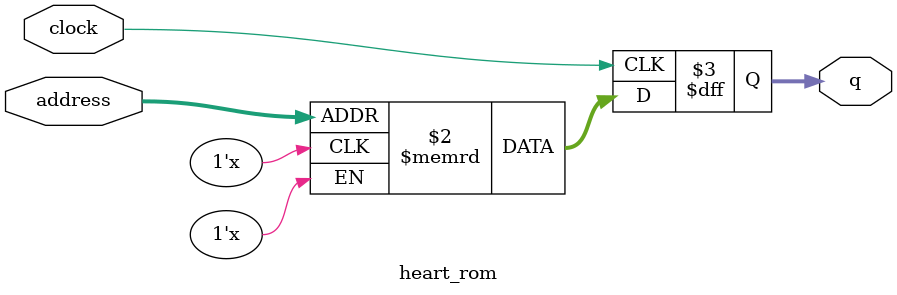
<source format=sv>
module heart_rom (
	input logic clock,
	input logic [11:0] address,
	output logic [3:0] q
);

logic [3:0] memory [0:2499] /* synthesis ram_init_file = "./heart/heart.mif" */;

always_ff @ (posedge clock) begin
	q <= memory[address];
end

endmodule

</source>
